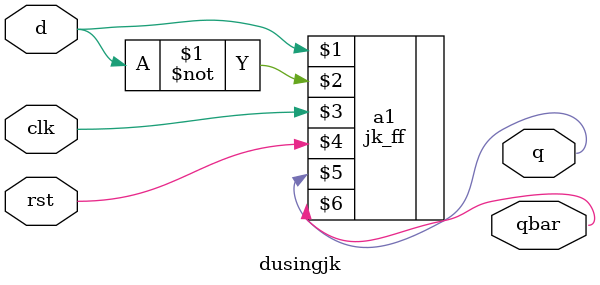
<source format=v>
`timescale 1ns / 1ps


module dusingjk(
    input d,clk,rst,
    output q,qbar
    );
    jk_ff a1(d,~d,clk,rst,q,qbar);
endmodule


</source>
